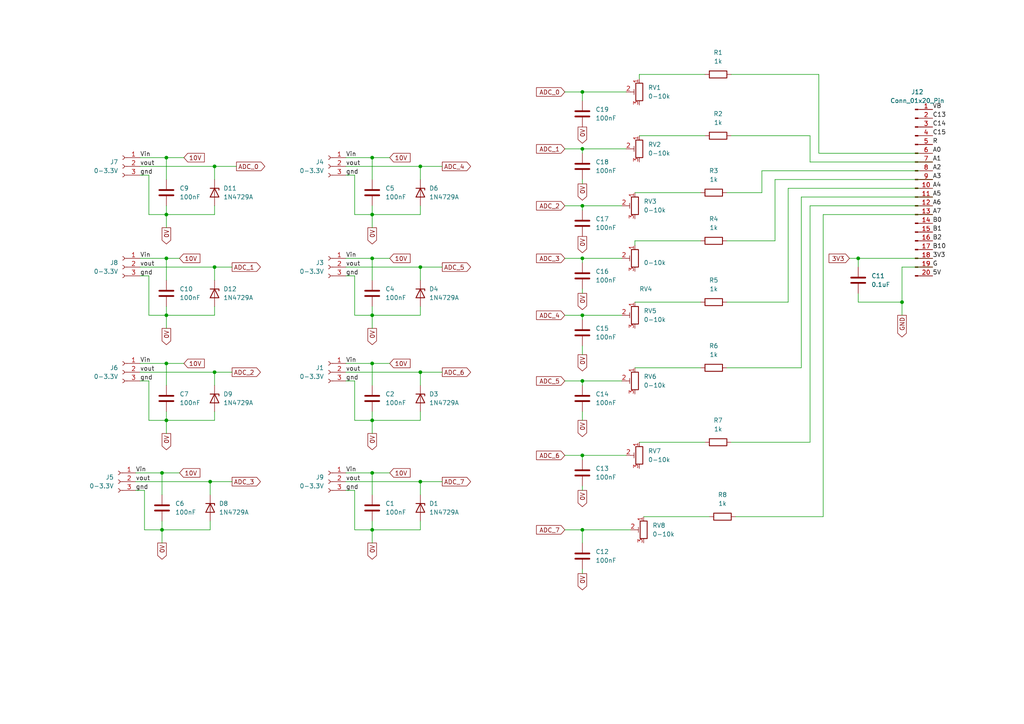
<source format=kicad_sch>
(kicad_sch (version 20231120) (generator "eeschema") (generator_version "8.0")
  (paper "A4")
  (lib_symbols
    (symbol "Connector:Conn_01x03_Socket" (pin_names (offset 1.016) hide)
      (property "Reference" "J" (at 0 5.08 0))
      (property "Value" "Conn_01x03_Socket" (at 0 -5.08 0))
      (symbol "Conn_01x03_Socket_1_1"
        (arc (start 0 -2.032) (mid -0.5058 -2.54) (end 0 -3.048) (stroke (width 0.1524)))
        (polyline (pts (xy -1.27 -2.54) (xy -0.508 -2.54)) (stroke (width 0.1524)))
        (polyline (pts (xy -1.27 0) (xy -0.508 0)) (stroke (width 0.1524)))
        (polyline (pts (xy -1.27 2.54) (xy -0.508 2.54)) (stroke (width 0.1524)))
        (arc (start 0 0.508) (mid -0.5058 0) (end 0 -0.508) (stroke (width 0.1524)))
        (arc (start 0 3.048) (mid -0.5058 2.54) (end 0 2.032) (stroke (width 0.1524)))
        (pin passive line (at -5.08 2.54 0) (length 3.81) (name "Pin_1") (number "1"))
        (pin passive line (at -5.08 0 0) (length 3.81) (name "Pin_2") (number "2"))
        (pin passive line (at -5.08 -2.54 0) (length 3.81) (name "Pin_3") (number "3"))
      )
    )
    (symbol "Connector:Conn_01x20_Pin" (pin_names (offset 1.016) hide)
      (property "Reference" "J" (at 0 25.4 0))
      (property "Value" "Conn_01x20_Pin" (at 0 -27.94 0))
      (symbol "Conn_01x20_Pin_1_1"
        (polyline (pts (xy 1.27 -25.4) (xy 0.8636 -25.4)) (stroke (width 0.1524)))
        (polyline (pts (xy 1.27 -22.86) (xy 0.8636 -22.86)) (stroke (width 0.1524)))
        (polyline (pts (xy 1.27 -20.32) (xy 0.8636 -20.32)) (stroke (width 0.1524)))
        (polyline (pts (xy 1.27 -17.78) (xy 0.8636 -17.78)) (stroke (width 0.1524)))
        (polyline (pts (xy 1.27 -15.24) (xy 0.8636 -15.24)) (stroke (width 0.1524)))
        (polyline (pts (xy 1.27 -12.7) (xy 0.8636 -12.7)) (stroke (width 0.1524)))
        (polyline (pts (xy 1.27 -10.16) (xy 0.8636 -10.16)) (stroke (width 0.1524)))
        (polyline (pts (xy 1.27 -7.62) (xy 0.8636 -7.62)) (stroke (width 0.1524)))
        (polyline (pts (xy 1.27 -5.08) (xy 0.8636 -5.08)) (stroke (width 0.1524)))
        (polyline (pts (xy 1.27 -2.54) (xy 0.8636 -2.54)) (stroke (width 0.1524)))
        (polyline (pts (xy 1.27 0) (xy 0.8636 0)) (stroke (width 0.1524)))
        (polyline (pts (xy 1.27 2.54) (xy 0.8636 2.54)) (stroke (width 0.1524)))
        (polyline (pts (xy 1.27 5.08) (xy 0.8636 5.08)) (stroke (width 0.1524)))
        (polyline (pts (xy 1.27 7.62) (xy 0.8636 7.62)) (stroke (width 0.1524)))
        (polyline (pts (xy 1.27 10.16) (xy 0.8636 10.16)) (stroke (width 0.1524)))
        (polyline (pts (xy 1.27 12.7) (xy 0.8636 12.7)) (stroke (width 0.1524)))
        (polyline (pts (xy 1.27 15.24) (xy 0.8636 15.24)) (stroke (width 0.1524)))
        (polyline (pts (xy 1.27 17.78) (xy 0.8636 17.78)) (stroke (width 0.1524)))
        (polyline (pts (xy 1.27 20.32) (xy 0.8636 20.32)) (stroke (width 0.1524)))
        (polyline (pts (xy 1.27 22.86) (xy 0.8636 22.86)) (stroke (width 0.1524)))
        (rectangle (start 0.8636 -25.273) (end 0 -25.527) (stroke (width 0.1524)) (fill (type outline)))
        (rectangle (start 0.8636 -22.733) (end 0 -22.987) (stroke (width 0.1524)) (fill (type outline)))
        (rectangle (start 0.8636 -20.193) (end 0 -20.447) (stroke (width 0.1524)) (fill (type outline)))
        (rectangle (start 0.8636 -17.653) (end 0 -17.907) (stroke (width 0.1524)) (fill (type outline)))
        (rectangle (start 0.8636 -15.113) (end 0 -15.367) (stroke (width 0.1524)) (fill (type outline)))
        (rectangle (start 0.8636 -12.573) (end 0 -12.827) (stroke (width 0.1524)) (fill (type outline)))
        (rectangle (start 0.8636 -10.033) (end 0 -10.287) (stroke (width 0.1524)) (fill (type outline)))
        (rectangle (start 0.8636 -7.493) (end 0 -7.747) (stroke (width 0.1524)) (fill (type outline)))
        (rectangle (start 0.8636 -4.953) (end 0 -5.207) (stroke (width 0.1524)) (fill (type outline)))
        (rectangle (start 0.8636 -2.413) (end 0 -2.667) (stroke (width 0.1524)) (fill (type outline)))
        (rectangle (start 0.8636 0.127) (end 0 -0.127) (stroke (width 0.1524)) (fill (type outline)))
        (rectangle (start 0.8636 2.667) (end 0 2.413) (stroke (width 0.1524)) (fill (type outline)))
        (rectangle (start 0.8636 5.207) (end 0 4.953) (stroke (width 0.1524)) (fill (type outline)))
        (rectangle (start 0.8636 7.747) (end 0 7.493) (stroke (width 0.1524)) (fill (type outline)))
        (rectangle (start 0.8636 10.287) (end 0 10.033) (stroke (width 0.1524)) (fill (type outline)))
        (rectangle (start 0.8636 12.827) (end 0 12.573) (stroke (width 0.1524)) (fill (type outline)))
        (rectangle (start 0.8636 15.367) (end 0 15.113) (stroke (width 0.1524)) (fill (type outline)))
        (rectangle (start 0.8636 17.907) (end 0 17.653) (stroke (width 0.1524)) (fill (type outline)))
        (rectangle (start 0.8636 20.447) (end 0 20.193) (stroke (width 0.1524)) (fill (type outline)))
        (rectangle (start 0.8636 22.987) (end 0 22.733) (stroke (width 0.1524)) (fill (type outline)))
        (pin passive line (at 5.08 22.86 180) (length 3.81) (name "Pin_1") (number "1"))
        (pin passive line (at 5.08 0 180) (length 3.81) (name "Pin_10") (number "10"))
        (pin passive line (at 5.08 -2.54 180) (length 3.81) (name "Pin_11") (number "11"))
        (pin passive line (at 5.08 -5.08 180) (length 3.81) (name "Pin_12") (number "12"))
        (pin passive line (at 5.08 -7.62 180) (length 3.81) (name "Pin_13") (number "13"))
        (pin passive line (at 5.08 -10.16 180) (length 3.81) (name "Pin_14") (number "14"))
        (pin passive line (at 5.08 -12.7 180) (length 3.81) (name "Pin_15") (number "15"))
        (pin passive line (at 5.08 -15.24 180) (length 3.81) (name "Pin_16") (number "16"))
        (pin passive line (at 5.08 -17.78 180) (length 3.81) (name "Pin_17") (number "17"))
        (pin passive line (at 5.08 -20.32 180) (length 3.81) (name "Pin_18") (number "18"))
        (pin passive line (at 5.08 -22.86 180) (length 3.81) (name "Pin_19") (number "19"))
        (pin passive line (at 5.08 20.32 180) (length 3.81) (name "Pin_2") (number "2"))
        (pin passive line (at 5.08 -25.4 180) (length 3.81) (name "Pin_20") (number "20"))
        (pin passive line (at 5.08 17.78 180) (length 3.81) (name "Pin_3") (number "3"))
        (pin passive line (at 5.08 15.24 180) (length 3.81) (name "Pin_4") (number "4"))
        (pin passive line (at 5.08 12.7 180) (length 3.81) (name "Pin_5") (number "5"))
        (pin passive line (at 5.08 10.16 180) (length 3.81) (name "Pin_6") (number "6"))
        (pin passive line (at 5.08 7.62 180) (length 3.81) (name "Pin_7") (number "7"))
        (pin passive line (at 5.08 5.08 180) (length 3.81) (name "Pin_8") (number "8"))
        (pin passive line (at 5.08 2.54 180) (length 3.81) (name "Pin_9") (number "9"))
      )
    )
    (symbol "Device:C" (pin_numbers hide) (pin_names (offset 0.254))
      (property "Reference" "C" (at 0.635 2.54 0))
      (property "Value" "C" (at 0.635 -2.54 0))
      (symbol "C_0_1"
        (polyline (pts (xy -2.032 -0.762) (xy 2.032 -0.762)) (stroke (width 0.508)))
        (polyline (pts (xy -2.032 0.762) (xy 2.032 0.762)) (stroke (width 0.508)))
      )
      (symbol "C_1_1"
        (pin passive line (at 0 3.81 270) (length 2.794) (name "~") (number "1"))
        (pin passive line (at 0 -3.81 90) (length 2.794) (name "~") (number "2"))
      )
    )
    (symbol "Device:R" (pin_numbers hide) (pin_names (offset 0))
      (property "Reference" "R" (at 2.032 0 90))
      (property "Value" "R" (at 0 0 90))
      (symbol "R_0_1"
        (rectangle (start -1.016 -2.54) (end 1.016 2.54) (stroke (width 0.254)))
      )
      (symbol "R_1_1"
        (pin passive line (at 0 3.81 270) (length 1.27) (name "~") (number "1"))
        (pin passive line (at 0 -3.81 90) (length 1.27) (name "~") (number "2"))
      )
    )
    (symbol "Device:R_Potentiometer_Trim" (pin_names (offset 1.016) hide)
      (property "Reference" "RV" (at -4.445 0 90))
      (property "Value" "R_Potentiometer_Trim" (at -2.54 0 90))
      (symbol "R_Potentiometer_Trim_0_1"
        (polyline (pts (xy 1.524 0.762) (xy 1.524 -0.762)))
        (polyline (pts (xy 2.54 0) (xy 1.524 0)))
        (rectangle (start 1.016 2.54) (end -1.016 -2.54) (stroke (width 0.254)))
      )
      (symbol "R_Potentiometer_Trim_1_1"
        (pin passive line (at 0 3.81 270) (length 1.27) (name "1") (number "1"))
        (pin passive line (at 3.81 0 180) (length 1.27) (name "2") (number "2"))
        (pin passive line (at 0 -3.81 90) (length 1.27) (name "3") (number "3"))
      )
    )
    (symbol "Diode:1N47xxA" (pin_numbers hide) (pin_names hide)
      (property "Reference" "D" (at 0 2.54 0))
      (property "Value" "1N47xxA" (at 0 -2.54 0))
      (symbol "1N47xxA_0_1"
        (polyline (pts (xy 1.27 0) (xy -1.27 0)))
        (polyline (pts (xy -1.27 -1.27) (xy -1.27 1.27) (xy -0.762 1.27)) (stroke (width 0.254)))
        (polyline (pts (xy 1.27 -1.27) (xy 1.27 1.27) (xy -1.27 0) (xy 1.27 -1.27)) (stroke (width 0.254)))
      )
      (symbol "1N47xxA_1_1"
        (pin passive line (at -3.81 0 0) (length 2.54) (name "K") (number "1"))
        (pin passive line (at 3.81 0 180) (length 2.54) (name "A") (number "2"))
      )
    )
  )
  (junction (at 46.99 137.16))
  (junction (at 168.91 26.67))
  (junction (at 48.26 45.72))
  (junction (at 168.91 43.18))
  (junction (at 62.23 107.95))
  (junction (at 121.92 139.7))
  (junction (at 121.92 107.95))
  (junction (at 168.91 74.93))
  (junction (at 107.95 137.16))
  (junction (at 107.95 91.44))
  (junction (at 107.95 45.72))
  (junction (at 107.95 105.41))
  (junction (at 48.26 105.41))
  (junction (at 168.91 91.44))
  (junction (at 168.91 110.49))
  (junction (at 107.95 74.93))
  (junction (at 46.99 153.67))
  (junction (at 60.96 139.7))
  (junction (at 62.23 48.26))
  (junction (at 107.95 121.92))
  (junction (at 168.91 59.69))
  (junction (at 62.23 77.47))
  (junction (at 121.92 48.26))
  (junction (at 48.26 91.44))
  (junction (at 48.26 74.93))
  (junction (at 168.91 132.08))
  (junction (at 48.26 62.23))
  (junction (at 107.95 62.23))
  (junction (at 168.91 153.67))
  (junction (at 121.92 77.47))
  (junction (at 48.26 121.92))
  (junction (at 107.95 153.67))
  (junction (at 261.62 87.63))
  (junction (at 248.92 74.93))
  (wire (pts (xy 40.64 45.72) (xy 48.26 45.72)))
  (wire (pts (xy 168.91 132.08) (xy 168.91 133.35)))
  (wire (pts (xy 121.92 48.26) (xy 128.27 48.26)))
  (wire (pts (xy 39.37 137.16) (xy 46.99 137.16)))
  (wire (pts (xy 163.83 26.67) (xy 168.91 26.67)))
  (wire (pts (xy 261.62 77.47) (xy 270.51 77.47)))
  (wire (pts (xy 168.91 74.93) (xy 180.34 74.93)))
  (wire (pts (xy 184.15 87.63) (xy 203.2 87.63)))
  (wire (pts (xy 48.26 62.23) (xy 43.18 62.23)))
  (wire (pts (xy 238.76 149.86) (xy 238.76 62.23)))
  (wire (pts (xy 107.95 52.07) (xy 107.95 45.72)))
  (wire (pts (xy 107.95 59.69) (xy 107.95 62.23)))
  (wire (pts (xy 107.95 74.93) (xy 113.03 74.93)))
  (wire (pts (xy 168.91 165.1) (xy 168.91 166.37)))
  (wire (pts (xy 107.95 81.28) (xy 107.95 74.93)))
  (wire (pts (xy 107.95 137.16) (xy 113.03 137.16)))
  (wire (pts (xy 100.33 107.95) (xy 121.92 107.95)))
  (wire (pts (xy 185.42 21.59) (xy 185.42 22.86)))
  (wire (pts (xy 163.83 91.44) (xy 168.91 91.44)))
  (wire (pts (xy 163.83 132.08) (xy 168.91 132.08)))
  (wire (pts (xy 184.15 106.68) (xy 203.2 106.68)))
  (wire (pts (xy 168.91 153.67) (xy 168.91 157.48)))
  (wire (pts (xy 100.33 77.47) (xy 121.92 77.47)))
  (wire (pts (xy 62.23 119.38) (xy 62.23 121.92)))
  (wire (pts (xy 39.37 139.7) (xy 60.96 139.7)))
  (wire (pts (xy 121.92 107.95) (xy 128.27 107.95)))
  (wire (pts (xy 107.95 121.92) (xy 102.87 121.92)))
  (wire (pts (xy 168.91 111.76) (xy 168.91 110.49)))
  (wire (pts (xy 102.87 142.24) (xy 100.33 142.24)))
  (wire (pts (xy 48.26 91.44) (xy 43.18 91.44)))
  (wire (pts (xy 62.23 77.47) (xy 62.23 81.28)))
  (wire (pts (xy 100.33 137.16) (xy 107.95 137.16)))
  (wire (pts (xy 62.23 121.92) (xy 48.26 121.92)))
  (wire (pts (xy 46.99 137.16) (xy 52.07 137.16)))
  (wire (pts (xy 121.92 119.38) (xy 121.92 121.92)))
  (wire (pts (xy 60.96 139.7) (xy 67.31 139.7)))
  (wire (pts (xy 46.99 151.13) (xy 46.99 153.67)))
  (wire (pts (xy 107.95 62.23) (xy 107.95 66.04)))
  (wire (pts (xy 100.33 48.26) (xy 121.92 48.26)))
  (wire (pts (xy 46.99 153.67) (xy 46.99 157.48)))
  (wire (pts (xy 48.26 62.23) (xy 48.26 66.04)))
  (wire (pts (xy 248.92 74.93) (xy 270.51 74.93)))
  (wire (pts (xy 107.95 62.23) (xy 102.87 62.23)))
  (wire (pts (xy 40.64 107.95) (xy 62.23 107.95)))
  (wire (pts (xy 246.38 74.93) (xy 248.92 74.93)))
  (wire (pts (xy 224.79 52.07) (xy 270.51 52.07)))
  (wire (pts (xy 261.62 77.47) (xy 261.62 87.63)))
  (wire (pts (xy 40.64 105.41) (xy 48.26 105.41)))
  (wire (pts (xy 210.82 106.68) (xy 232.41 106.68)))
  (wire (pts (xy 40.64 48.26) (xy 62.23 48.26)))
  (wire (pts (xy 107.95 45.72) (xy 113.03 45.72)))
  (wire (pts (xy 107.95 119.38) (xy 107.95 121.92)))
  (wire (pts (xy 210.82 55.88) (xy 220.98 55.88)))
  (wire (pts (xy 168.91 59.69) (xy 180.34 59.69)))
  (wire (pts (xy 48.26 59.69) (xy 48.26 62.23)))
  (wire (pts (xy 168.91 91.44) (xy 168.91 92.71)))
  (wire (pts (xy 168.91 91.44) (xy 180.34 91.44)))
  (wire (pts (xy 46.99 143.51) (xy 46.99 137.16)))
  (wire (pts (xy 185.42 39.37) (xy 204.47 39.37)))
  (wire (pts (xy 102.87 121.92) (xy 102.87 110.49)))
  (wire (pts (xy 48.26 45.72) (xy 53.34 45.72)))
  (wire (pts (xy 60.96 153.67) (xy 46.99 153.67)))
  (wire (pts (xy 48.26 88.9) (xy 48.26 91.44)))
  (wire (pts (xy 62.23 91.44) (xy 48.26 91.44)))
  (wire (pts (xy 168.91 83.82) (xy 168.91 85.09)))
  (wire (pts (xy 62.23 62.23) (xy 48.26 62.23)))
  (wire (pts (xy 62.23 88.9) (xy 62.23 91.44)))
  (wire (pts (xy 168.91 100.33) (xy 168.91 102.87)))
  (wire (pts (xy 261.62 87.63) (xy 261.62 91.44)))
  (wire (pts (xy 168.91 59.69) (xy 168.91 60.96)))
  (wire (pts (xy 121.92 139.7) (xy 121.92 143.51)))
  (wire (pts (xy 228.6 54.61) (xy 270.51 54.61)))
  (wire (pts (xy 48.26 121.92) (xy 43.18 121.92)))
  (wire (pts (xy 43.18 110.49) (xy 40.64 110.49)))
  (wire (pts (xy 212.09 39.37) (xy 234.95 39.37)))
  (wire (pts (xy 232.41 106.68) (xy 232.41 57.15)))
  (wire (pts (xy 234.95 39.37) (xy 234.95 46.99)))
  (wire (pts (xy 248.92 87.63) (xy 248.92 85.09)))
  (wire (pts (xy 60.96 151.13) (xy 60.96 153.67)))
  (wire (pts (xy 168.91 43.18) (xy 181.61 43.18)))
  (wire (pts (xy 234.95 128.27) (xy 234.95 59.69)))
  (wire (pts (xy 100.33 105.41) (xy 107.95 105.41)))
  (wire (pts (xy 102.87 50.8) (xy 100.33 50.8)))
  (wire (pts (xy 163.83 43.18) (xy 168.91 43.18)))
  (wire (pts (xy 238.76 62.23) (xy 270.51 62.23)))
  (wire (pts (xy 62.23 77.47) (xy 67.31 77.47)))
  (wire (pts (xy 121.92 139.7) (xy 128.27 139.7)))
  (wire (pts (xy 62.23 48.26) (xy 68.58 48.26)))
  (wire (pts (xy 168.91 26.67) (xy 168.91 29.21)))
  (wire (pts (xy 48.26 91.44) (xy 48.26 95.25)))
  (wire (pts (xy 168.91 110.49) (xy 180.34 110.49)))
  (wire (pts (xy 228.6 87.63) (xy 228.6 54.61)))
  (wire (pts (xy 48.26 74.93) (xy 52.07 74.93)))
  (wire (pts (xy 168.91 26.67) (xy 181.61 26.67)))
  (wire (pts (xy 168.91 132.08) (xy 181.61 132.08)))
  (wire (pts (xy 237.49 44.45) (xy 270.51 44.45)))
  (wire (pts (xy 212.09 21.59) (xy 237.49 21.59)))
  (wire (pts (xy 107.95 88.9) (xy 107.95 91.44)))
  (wire (pts (xy 107.95 153.67) (xy 102.87 153.67)))
  (wire (pts (xy 102.87 110.49) (xy 100.33 110.49)))
  (wire (pts (xy 107.95 143.51) (xy 107.95 137.16)))
  (wire (pts (xy 121.92 153.67) (xy 107.95 153.67)))
  (wire (pts (xy 121.92 62.23) (xy 107.95 62.23)))
  (wire (pts (xy 62.23 48.26) (xy 62.23 52.07)))
  (wire (pts (xy 43.18 62.23) (xy 43.18 50.8)))
  (wire (pts (xy 186.69 149.86) (xy 205.74 149.86)))
  (wire (pts (xy 163.83 59.69) (xy 168.91 59.69)))
  (wire (pts (xy 43.18 121.92) (xy 43.18 110.49)))
  (wire (pts (xy 220.98 55.88) (xy 220.98 49.53)))
  (wire (pts (xy 234.95 59.69) (xy 270.51 59.69)))
  (wire (pts (xy 107.95 151.13) (xy 107.95 153.67)))
  (wire (pts (xy 102.87 91.44) (xy 102.87 80.01)))
  (wire (pts (xy 168.91 44.45) (xy 168.91 43.18)))
  (wire (pts (xy 121.92 88.9) (xy 121.92 91.44)))
  (wire (pts (xy 121.92 77.47) (xy 121.92 81.28)))
  (wire (pts (xy 248.92 74.93) (xy 248.92 77.47)))
  (wire (pts (xy 48.26 105.41) (xy 48.26 111.76)))
  (wire (pts (xy 62.23 59.69) (xy 62.23 62.23)))
  (wire (pts (xy 168.91 153.67) (xy 182.88 153.67)))
  (wire (pts (xy 203.2 55.88) (xy 184.15 55.88)))
  (wire (pts (xy 41.91 142.24) (xy 39.37 142.24)))
  (wire (pts (xy 100.33 139.7) (xy 121.92 139.7)))
  (wire (pts (xy 163.83 110.49) (xy 168.91 110.49)))
  (wire (pts (xy 107.95 91.44) (xy 102.87 91.44)))
  (wire (pts (xy 41.91 153.67) (xy 41.91 142.24)))
  (wire (pts (xy 60.96 139.7) (xy 60.96 143.51)))
  (wire (pts (xy 184.15 69.85) (xy 203.2 69.85)))
  (wire (pts (xy 43.18 50.8) (xy 40.64 50.8)))
  (wire (pts (xy 107.95 105.41) (xy 113.03 105.41)))
  (wire (pts (xy 121.92 121.92) (xy 107.95 121.92)))
  (wire (pts (xy 121.92 107.95) (xy 121.92 111.76)))
  (wire (pts (xy 168.91 119.38) (xy 168.91 121.92)))
  (wire (pts (xy 210.82 87.63) (xy 228.6 87.63)))
  (wire (pts (xy 107.95 91.44) (xy 107.95 95.25)))
  (wire (pts (xy 102.87 62.23) (xy 102.87 50.8)))
  (wire (pts (xy 168.91 52.07) (xy 168.91 53.34)))
  (wire (pts (xy 100.33 74.93) (xy 107.95 74.93)))
  (wire (pts (xy 232.41 57.15) (xy 270.51 57.15)))
  (wire (pts (xy 102.87 153.67) (xy 102.87 142.24)))
  (wire (pts (xy 102.87 80.01) (xy 100.33 80.01)))
  (wire (pts (xy 163.83 153.67) (xy 168.91 153.67)))
  (wire (pts (xy 40.64 74.93) (xy 48.26 74.93)))
  (wire (pts (xy 48.26 121.92) (xy 48.26 125.73)))
  (wire (pts (xy 248.92 87.63) (xy 261.62 87.63)))
  (wire (pts (xy 48.26 81.28) (xy 48.26 74.93)))
  (wire (pts (xy 121.92 77.47) (xy 128.27 77.47)))
  (wire (pts (xy 121.92 151.13) (xy 121.92 153.67)))
  (wire (pts (xy 62.23 107.95) (xy 67.31 107.95)))
  (wire (pts (xy 184.15 69.85) (xy 184.15 71.12)))
  (wire (pts (xy 53.34 105.41) (xy 48.26 105.41)))
  (wire (pts (xy 107.95 153.67) (xy 107.95 157.48)))
  (wire (pts (xy 62.23 107.95) (xy 62.23 111.76)))
  (wire (pts (xy 163.83 74.93) (xy 168.91 74.93)))
  (wire (pts (xy 48.26 119.38) (xy 48.26 121.92)))
  (wire (pts (xy 237.49 44.45) (xy 237.49 21.59)))
  (wire (pts (xy 43.18 80.01) (xy 40.64 80.01)))
  (wire (pts (xy 220.98 49.53) (xy 270.51 49.53)))
  (wire (pts (xy 43.18 91.44) (xy 43.18 80.01)))
  (wire (pts (xy 121.92 48.26) (xy 121.92 52.07)))
  (wire (pts (xy 121.92 91.44) (xy 107.95 91.44)))
  (wire (pts (xy 107.95 121.92) (xy 107.95 125.73)))
  (wire (pts (xy 212.09 128.27) (xy 234.95 128.27)))
  (wire (pts (xy 121.92 59.69) (xy 121.92 62.23)))
  (wire (pts (xy 185.42 128.27) (xy 204.47 128.27)))
  (wire (pts (xy 224.79 69.85) (xy 224.79 52.07)))
  (wire (pts (xy 213.36 149.86) (xy 238.76 149.86)))
  (wire (pts (xy 234.95 46.99) (xy 270.51 46.99)))
  (wire (pts (xy 210.82 69.85) (xy 224.79 69.85)))
  (wire (pts (xy 48.26 52.07) (xy 48.26 45.72)))
  (wire (pts (xy 185.42 21.59) (xy 204.47 21.59)))
  (wire (pts (xy 100.33 45.72) (xy 107.95 45.72)))
  (wire (pts (xy 46.99 153.67) (xy 41.91 153.67)))
  (wire (pts (xy 168.91 140.97) (xy 168.91 142.24)))
  (wire (pts (xy 40.64 77.47) (xy 62.23 77.47)))
  (wire (pts (xy 107.95 111.76) (xy 107.95 105.41)))
  (wire (pts (xy 168.91 76.2) (xy 168.91 74.93)))
  (label "B2" (at 270.51 69.85 0))
  (label "A0" (at 270.51 44.45 0))
  (label "A5" (at 270.51 57.15 0))
  (label "vout" (at 100.33 139.7 0))
  (label "C15" (at 270.51 39.37 0))
  (label "gnd" (at 100.33 142.24 0))
  (label "vout" (at 39.37 139.7 0))
  (label "R" (at 270.51 41.91 0))
  (label "gnd" (at 100.33 50.8 0))
  (label "gnd" (at 40.64 80.01 0))
  (label "gnd" (at 40.64 110.49 0))
  (label "gnd" (at 100.33 80.01 0))
  (label "Vin" (at 40.64 45.72 0))
  (label "A2" (at 270.51 49.53 0))
  (label "A3" (at 270.51 52.07 0))
  (label "gnd" (at 100.33 110.49 0))
  (label "B1" (at 270.51 67.31 0))
  (label "vout" (at 40.64 48.26 0))
  (label "C14" (at 270.51 36.83 0))
  (label "Vin" (at 39.37 137.16 0))
  (label "C13" (at 270.51 34.29 0))
  (label "vout" (at 100.33 107.95 0))
  (label "Vin" (at 40.64 74.93 0))
  (label "A4" (at 270.51 54.61 0))
  (label "VB" (at 270.51 31.75 0))
  (label "B0" (at 270.51 64.77 0))
  (label "vout" (at 40.64 77.47 0))
  (label "A7" (at 270.51 62.23 0))
  (label "Vin" (at 100.33 74.93 0))
  (label "gnd" (at 40.64 50.8 0))
  (label "vout" (at 100.33 77.47 0))
  (label "A1" (at 270.51 46.99 0))
  (label "A6" (at 270.51 59.69 0))
  (label "3V3" (at 270.51 74.93 0))
  (label "B10" (at 270.51 72.39 0))
  (label "vout" (at 100.33 48.26 0))
  (label "G" (at 270.51 77.47 0))
  (label "Vin" (at 100.33 45.72 0))
  (label "Vin" (at 40.64 105.41 0))
  (label "Vin" (at 100.33 105.41 0))
  (label "5V" (at 270.51 80.01 0))
  (label "vout" (at 40.64 107.95 0))
  (label "gnd" (at 39.37 142.24 0))
  (label "Vin" (at 100.33 137.16 0))
  (global_label "0V" (shape output) (at 168.91 36.83 270) (property "Intersheetrefs" "${INTERSHEET_REFS}" (effects (hide yes))))
  (global_label "0V" (shape output) (at 107.95 95.25 270) (property "Intersheetrefs" "${INTERSHEET_REFS}" (effects (hide yes))))
  (global_label "ADC_7" (shape output) (at 128.27 139.7 0) (property "Intersheetrefs" "${INTERSHEET_REFS}" (effects (hide yes))))
  (global_label "ADC_1" (shape output) (at 67.31 77.47 0) (property "Intersheetrefs" "${INTERSHEET_REFS}" (effects (hide yes))))
  (global_label "ADC_4" (shape input) (at 163.83 91.44 180) (property "Intersheetrefs" "${INTERSHEET_REFS}" (effects (hide yes))))
  (global_label "ADC_4" (shape output) (at 128.27 48.26 0) (property "Intersheetrefs" "${INTERSHEET_REFS}" (effects (hide yes))))
  (global_label "0V" (shape output) (at 168.91 121.92 270) (property "Intersheetrefs" "${INTERSHEET_REFS}" (effects (hide yes))))
  (global_label "ADC_6" (shape output) (at 128.27 107.95 0) (property "Intersheetrefs" "${INTERSHEET_REFS}" (effects (hide yes))))
  (global_label "0V" (shape output) (at 168.91 85.09 270) (property "Intersheetrefs" "${INTERSHEET_REFS}" (effects (hide yes))))
  (global_label "0V" (shape output) (at 168.91 142.24 270) (property "Intersheetrefs" "${INTERSHEET_REFS}" (effects (hide yes))))
  (global_label "ADC_5" (shape input) (at 163.83 110.49 180) (property "Intersheetrefs" "${INTERSHEET_REFS}" (effects (hide yes))))
  (global_label "GND" (shape output) (at 261.62 91.44 270) (property "Intersheetrefs" "${INTERSHEET_REFS}" (effects (hide yes))))
  (global_label "10V" (shape input) (at 113.03 74.93 0) (property "Intersheetrefs" "${INTERSHEET_REFS}" (effects (hide yes))))
  (global_label "0V" (shape output) (at 107.95 157.48 270) (property "Intersheetrefs" "${INTERSHEET_REFS}" (effects (hide yes))))
  (global_label "0V" (shape output) (at 107.95 125.73 270) (property "Intersheetrefs" "${INTERSHEET_REFS}" (effects (hide yes))))
  (global_label "0V" (shape output) (at 48.26 95.25 270) (property "Intersheetrefs" "${INTERSHEET_REFS}" (effects (hide yes))))
  (global_label "ADC_7" (shape input) (at 163.83 153.67 180) (property "Intersheetrefs" "${INTERSHEET_REFS}" (effects (hide yes))))
  (global_label "0V" (shape output) (at 107.95 66.04 270) (property "Intersheetrefs" "${INTERSHEET_REFS}" (effects (hide yes))))
  (global_label "10V" (shape input) (at 52.07 137.16 0) (property "Intersheetrefs" "${INTERSHEET_REFS}" (effects (hide yes))))
  (global_label "10V" (shape input) (at 53.34 105.41 0) (property "Intersheetrefs" "${INTERSHEET_REFS}" (effects (hide yes))))
  (global_label "0V" (shape output) (at 48.26 66.04 270) (property "Intersheetrefs" "${INTERSHEET_REFS}" (effects (hide yes))))
  (global_label "ADC_3" (shape output) (at 67.31 139.7 0) (property "Intersheetrefs" "${INTERSHEET_REFS}" (effects (hide yes))))
  (global_label "ADC_2" (shape output) (at 67.31 107.95 0) (property "Intersheetrefs" "${INTERSHEET_REFS}" (effects (hide yes))))
  (global_label "ADC_1" (shape input) (at 163.83 43.18 180) (property "Intersheetrefs" "${INTERSHEET_REFS}" (effects (hide yes))))
  (global_label "ADC_3" (shape input) (at 163.83 74.93 180) (property "Intersheetrefs" "${INTERSHEET_REFS}" (effects (hide yes))))
  (global_label "0V" (shape output) (at 168.91 166.37 270) (property "Intersheetrefs" "${INTERSHEET_REFS}" (effects (hide yes))))
  (global_label "ADC_5" (shape output) (at 128.27 77.47 0) (property "Intersheetrefs" "${INTERSHEET_REFS}" (effects (hide yes))))
  (global_label "ADC_0" (shape input) (at 163.83 26.67 180) (property "Intersheetrefs" "${INTERSHEET_REFS}" (effects (hide yes))))
  (global_label "10V" (shape input) (at 113.03 137.16 0) (property "Intersheetrefs" "${INTERSHEET_REFS}" (effects (hide yes))))
  (global_label "10V" (shape input) (at 52.07 74.93 0) (property "Intersheetrefs" "${INTERSHEET_REFS}" (effects (hide yes))))
  (global_label "0V" (shape output) (at 46.99 157.48 270) (property "Intersheetrefs" "${INTERSHEET_REFS}" (effects (hide yes))))
  (global_label "ADC_2" (shape input) (at 163.83 59.69 180) (property "Intersheetrefs" "${INTERSHEET_REFS}" (effects (hide yes))))
  (global_label "0V" (shape output) (at 168.91 53.34 270) (property "Intersheetrefs" "${INTERSHEET_REFS}" (effects (hide yes))))
  (global_label "0V" (shape output) (at 168.91 102.87 270) (property "Intersheetrefs" "${INTERSHEET_REFS}" (effects (hide yes))))
  (global_label "0V" (shape output) (at 48.26 125.73 270) (property "Intersheetrefs" "${INTERSHEET_REFS}" (effects (hide yes))))
  (global_label "10V" (shape input) (at 113.03 45.72 0) (property "Intersheetrefs" "${INTERSHEET_REFS}" (effects (hide yes))))
  (global_label "10V" (shape input) (at 53.34 45.72 0) (property "Intersheetrefs" "${INTERSHEET_REFS}" (effects (hide yes))))
  (global_label "3V3" (shape input) (at 246.38 74.93 180) (property "Intersheetrefs" "${INTERSHEET_REFS}" (effects (hide yes))))
  (global_label "ADC_6" (shape input) (at 163.83 132.08 180) (property "Intersheetrefs" "${INTERSHEET_REFS}" (effects (hide yes))))
  (global_label "ADC_0" (shape output) (at 68.58 48.26 0) (property "Intersheetrefs" "${INTERSHEET_REFS}" (effects (hide yes))))
  (global_label "0V" (shape output) (at 168.91 68.58 270) (property "Intersheetrefs" "${INTERSHEET_REFS}" (effects (hide yes))))
  (global_label "10V" (shape input) (at 113.03 105.41 0) (property "Intersheetrefs" "${INTERSHEET_REFS}" (effects (hide yes))))
  (symbol (lib_id "Device:C") (at 48.26 55.88 0) (unit 1)
    (property "Reference" "C9" (at 52.07 54.6099 0) (effects (justify left)))
    (property "Value" "100nF" (at 52.07 57.1499 0) (effects (justify left)))
    (property "Description" "Unpolarized capacitor" (effects (hide yes)))
  )
  (symbol (lib_id "Device:C") (at 107.95 85.09 0) (unit 1)
    (property "Reference" "C4" (at 111.76 83.8199 0) (effects (justify left)))
    (property "Value" "100nF" (at 111.76 86.3599 0) (effects (justify left)))
    (property "Description" "Unpolarized capacitor" (effects (hide yes)))
  )
  (symbol (lib_id "Device:C") (at 168.91 48.26 0) (unit 1)
    (property "Reference" "C18" (at 172.72 46.9899 0) (effects (justify left)))
    (property "Value" "100nF" (at 172.72 49.5299 0) (effects (justify left)))
    (property "Description" "Unpolarized capacitor" (effects (hide yes)))
  )
  (symbol (lib_id "Connector:Conn_01x03_Socket") (at 95.25 48.26 0) (mirror y) (unit 1)
    (property "Reference" "J4" (at 93.98 46.9899 0) (effects (justify left)))
    (property "Value" "0-3.3V" (at 93.98 49.5299 0) (effects (justify left)))
    (property "Description" "Generic connector, single row, 01x03, script generated" (effects (hide yes)))
  )
  (symbol (lib_id "Device:R_Potentiometer_Trim") (at 184.15 59.69 0) (mirror y) (unit 1)
    (property "Reference" "RV3" (at 186.69 58.4199 0) (effects (justify right)))
    (property "Value" "0-10k" (at 186.69 60.9599 0) (effects (justify right)))
    (property "Description" "Trim-potentiometer" (effects (hide yes)))
  )
  (symbol (lib_id "Connector:Conn_01x03_Socket") (at 35.56 48.26 0) (mirror y) (unit 1)
    (property "Reference" "J7" (at 34.29 46.9899 0) (effects (justify left)))
    (property "Value" "0-3.3V" (at 34.29 49.5299 0) (effects (justify left)))
    (property "Description" "Generic connector, single row, 01x03, script generated" (effects (hide yes)))
  )
  (symbol (lib_id "Device:R") (at 207.01 87.63 270) (unit 1)
    (property "Reference" "R5" (at 207.01 81.28 90))
    (property "Value" "1k" (at 207.01 83.82 90))
    (property "Description" "Resistor" (effects (hide yes)))
  )
  (symbol (lib_id "Device:C") (at 107.95 147.32 0) (unit 1)
    (property "Reference" "C1" (at 111.76 146.0499 0) (effects (justify left)))
    (property "Value" "100nF" (at 111.76 148.5899 0) (effects (justify left)))
    (property "Description" "Unpolarized capacitor" (effects (hide yes)))
  )
  (symbol (lib_id "Device:R_Potentiometer_Trim") (at 185.42 132.08 0) (mirror y) (unit 1)
    (property "Reference" "RV7" (at 187.96 130.8099 0) (effects (justify right)))
    (property "Value" "0-10k" (at 187.96 133.3499 0) (effects (justify right)))
    (property "Description" "Trim-potentiometer" (effects (hide yes)))
  )
  (symbol (lib_id "Device:C") (at 107.95 115.57 0) (unit 1)
    (property "Reference" "C2" (at 111.76 114.2999 0) (effects (justify left)))
    (property "Value" "100nF" (at 111.76 116.8399 0) (effects (justify left)))
    (property "Description" "Unpolarized capacitor" (effects (hide yes)))
  )
  (symbol (lib_id "Connector:Conn_01x03_Socket") (at 35.56 107.95 0) (mirror y) (unit 1)
    (property "Reference" "J6" (at 34.29 106.6799 0) (effects (justify left)))
    (property "Value" "0-3.3V" (at 34.29 109.2199 0) (effects (justify left)))
    (property "Description" "Generic connector, single row, 01x03, script generated" (effects (hide yes)))
  )
  (symbol (lib_id "Diode:1N47xxA") (at 121.92 55.88 270) (unit 1)
    (property "Reference" "D6" (at 124.46 54.6099 90) (effects (justify left)))
    (property "Value" "1N4729A" (at 124.46 57.1499 90) (effects (justify left)))
    (property "Footprint" "Diode_THT:D_DO-41_SOD81_P10.16mm_Horizontal" (effects (hide yes)))
    (property "Datasheet" "https://www.vishay.com/docs/85816/1n4728a.pdf" (effects (hide yes)))
    (property "Description" "1300mW Silicon planar power Zener diodes, DO-41" (effects (hide yes)))
  )
  (symbol (lib_id "Device:C") (at 168.91 33.02 0) (unit 1)
    (property "Reference" "C19" (at 172.72 31.7499 0) (effects (justify left)))
    (property "Value" "100nF" (at 172.72 34.2899 0) (effects (justify left)))
    (property "Description" "Unpolarized capacitor" (effects (hide yes)))
  )
  (symbol (lib_id "Connector:Conn_01x20_Pin") (at 265.43 54.61 0) (unit 1)
    (property "Reference" "J12" (at 266.065 26.67 0))
    (property "Value" "Conn_01x20_Pin" (at 266.065 29.21 0))
    (property "Description" "Generic connector, single row, 01x20, script generated" (effects (hide yes)))
  )
  (symbol (lib_id "Device:C") (at 46.99 147.32 0) (unit 1)
    (property "Reference" "C6" (at 50.8 146.0499 0) (effects (justify left)))
    (property "Value" "100nF" (at 50.8 148.5899 0) (effects (justify left)))
    (property "Description" "Unpolarized capacitor" (effects (hide yes)))
  )
  (symbol (lib_id "Diode:1N47xxA") (at 62.23 85.09 270) (unit 1)
    (property "Reference" "D12" (at 64.77 83.8199 90) (effects (justify left)))
    (property "Value" "1N4729A" (at 64.77 86.3599 90) (effects (justify left)))
    (property "Footprint" "Diode_THT:D_DO-41_SOD81_P10.16mm_Horizontal" (effects (hide yes)))
    (property "Datasheet" "https://www.vishay.com/docs/85816/1n4728a.pdf" (effects (hide yes)))
    (property "Description" "1300mW Silicon planar power Zener diodes, DO-41" (effects (hide yes)))
  )
  (symbol (lib_id "Connector:Conn_01x03_Socket") (at 34.29 139.7 0) (mirror y) (unit 1)
    (property "Reference" "J5" (at 33.02 138.43 0) (effects (justify left)))
    (property "Value" "0-3.3V" (at 33.02 140.9699 0) (effects (justify left)))
    (property "Description" "Generic connector, single row, 01x03, script generated" (effects (hide yes)))
  )
  (symbol (lib_id "Device:R") (at 207.01 55.88 270) (unit 1)
    (property "Reference" "R3" (at 207.01 49.53 90))
    (property "Value" "1k" (at 207.01 52.07 90))
    (property "Description" "Resistor" (effects (hide yes)))
  )
  (symbol (lib_id "Diode:1N47xxA") (at 62.23 55.88 270) (unit 1)
    (property "Reference" "D11" (at 64.77 54.6099 90) (effects (justify left)))
    (property "Value" "1N4729A" (at 64.77 57.1499 90) (effects (justify left)))
    (property "Footprint" "Diode_THT:D_DO-41_SOD81_P10.16mm_Horizontal" (effects (hide yes)))
    (property "Datasheet" "https://www.vishay.com/docs/85816/1n4728a.pdf" (effects (hide yes)))
    (property "Description" "1300mW Silicon planar power Zener diodes, DO-41" (effects (hide yes)))
  )
  (symbol (lib_id "Device:C") (at 168.91 80.01 0) (unit 1)
    (property "Reference" "C16" (at 172.72 78.7399 0) (effects (justify left)))
    (property "Value" "100nF" (at 172.72 81.2799 0) (effects (justify left)))
    (property "Description" "Unpolarized capacitor" (effects (hide yes)))
  )
  (symbol (lib_id "Connector:Conn_01x03_Socket") (at 95.25 77.47 0) (mirror y) (unit 1)
    (property "Reference" "J3" (at 93.98 76.1999 0) (effects (justify left)))
    (property "Value" "0-3.3V" (at 93.98 78.7399 0) (effects (justify left)))
    (property "Description" "Generic connector, single row, 01x03, script generated" (effects (hide yes)))
  )
  (symbol (lib_id "Device:R") (at 208.28 128.27 270) (unit 1)
    (property "Reference" "R7" (at 208.28 121.92 90))
    (property "Value" "1k" (at 208.28 124.46 90))
    (property "Description" "Resistor" (effects (hide yes)))
  )
  (symbol (lib_id "Device:R_Potentiometer_Trim") (at 184.15 110.49 0) (mirror y) (unit 1)
    (property "Reference" "RV6" (at 186.69 109.2199 0) (effects (justify right)))
    (property "Value" "0-10k" (at 186.69 111.7599 0) (effects (justify right)))
    (property "Description" "Trim-potentiometer" (effects (hide yes)))
  )
  (symbol (lib_id "Device:C") (at 168.91 64.77 0) (unit 1)
    (property "Reference" "C17" (at 172.72 63.4999 0) (effects (justify left)))
    (property "Value" "100nF" (at 172.72 66.0399 0) (effects (justify left)))
    (property "Description" "Unpolarized capacitor" (effects (hide yes)))
  )
  (symbol (lib_id "Diode:1N47xxA") (at 60.96 147.32 270) (unit 1)
    (property "Reference" "D8" (at 63.5 146.0499 90) (effects (justify left)))
    (property "Value" "1N4729A" (at 63.5 148.5899 90) (effects (justify left)))
    (property "Footprint" "Diode_THT:D_DO-41_SOD81_P10.16mm_Horizontal" (effects (hide yes)))
    (property "Datasheet" "https://www.vishay.com/docs/85816/1n4728a.pdf" (effects (hide yes)))
    (property "Description" "1300mW Silicon planar power Zener diodes, DO-41" (effects (hide yes)))
  )
  (symbol (lib_id "Device:R") (at 207.01 69.85 270) (unit 1)
    (property "Reference" "R4" (at 207.01 63.5 90))
    (property "Value" "1k" (at 207.01 66.04 90))
    (property "Description" "Resistor" (effects (hide yes)))
  )
  (symbol (lib_id "Diode:1N47xxA") (at 121.92 115.57 270) (unit 1)
    (property "Reference" "D3" (at 124.46 114.2999 90) (effects (justify left)))
    (property "Value" "1N4729A" (at 124.46 116.8399 90) (effects (justify left)))
    (property "Footprint" "Diode_THT:D_DO-41_SOD81_P10.16mm_Horizontal" (effects (hide yes)))
    (property "Datasheet" "https://www.vishay.com/docs/85816/1n4728a.pdf" (effects (hide yes)))
    (property "Description" "1300mW Silicon planar power Zener diodes, DO-41" (effects (hide yes)))
  )
  (symbol (lib_id "Connector:Conn_01x03_Socket") (at 35.56 77.47 0) (mirror y) (unit 1)
    (property "Reference" "J8" (at 34.29 76.1999 0) (effects (justify left)))
    (property "Value" "0-3.3V" (at 34.29 78.7399 0) (effects (justify left)))
    (property "Description" "Generic connector, single row, 01x03, script generated" (effects (hide yes)))
  )
  (symbol (lib_id "Device:C") (at 168.91 115.57 0) (unit 1)
    (property "Reference" "C14" (at 172.72 114.2999 0) (effects (justify left)))
    (property "Value" "100nF" (at 172.72 116.8399 0) (effects (justify left)))
    (property "Description" "Unpolarized capacitor" (effects (hide yes)))
  )
  (symbol (lib_id "Connector:Conn_01x03_Socket") (at 95.25 107.95 0) (mirror y) (unit 1)
    (property "Reference" "J1" (at 93.98 106.6799 0) (effects (justify left)))
    (property "Value" "0-3.3V" (at 93.98 109.2199 0) (effects (justify left)))
    (property "Description" "Generic connector, single row, 01x03, script generated" (effects (hide yes)))
  )
  (symbol (lib_id "Device:R_Potentiometer_Trim") (at 185.42 26.67 0) (mirror y) (unit 1)
    (property "Reference" "RV1" (at 187.96 25.3999 0) (effects (justify right)))
    (property "Value" "0-10k" (at 187.96 27.9399 0) (effects (justify right)))
    (property "Description" "Trim-potentiometer" (effects (hide yes)))
  )
  (symbol (lib_id "Device:R") (at 208.28 21.59 270) (unit 1)
    (property "Reference" "R1" (at 208.28 15.24 90))
    (property "Value" "1k" (at 208.28 17.78 90))
    (property "Description" "Resistor" (effects (hide yes)))
  )
  (symbol (lib_id "Device:R") (at 208.28 39.37 270) (unit 1)
    (property "Reference" "R2" (at 208.28 33.02 90))
    (property "Value" "1k" (at 208.28 35.56 90))
    (property "Description" "Resistor" (effects (hide yes)))
  )
  (symbol (lib_id "Device:R_Potentiometer_Trim") (at 184.15 91.44 0) (mirror y) (unit 1)
    (property "Reference" "RV5" (at 186.69 90.1699 0) (effects (justify right)))
    (property "Value" "0-10k" (at 186.69 92.7099 0) (effects (justify right)))
    (property "Description" "Trim-potentiometer" (effects (hide yes)))
  )
  (symbol (lib_id "Diode:1N47xxA") (at 121.92 85.09 270) (unit 1)
    (property "Reference" "D4" (at 124.46 83.8199 90) (effects (justify left)))
    (property "Value" "1N4729A" (at 124.46 86.3599 90) (effects (justify left)))
    (property "Footprint" "Diode_THT:D_DO-41_SOD81_P10.16mm_Horizontal" (effects (hide yes)))
    (property "Datasheet" "https://www.vishay.com/docs/85816/1n4728a.pdf" (effects (hide yes)))
    (property "Description" "1300mW Silicon planar power Zener diodes, DO-41" (effects (hide yes)))
  )
  (symbol (lib_id "Device:R_Potentiometer_Trim") (at 186.69 153.67 0) (mirror y) (unit 1)
    (property "Reference" "RV8" (at 189.23 152.3999 0) (effects (justify right)))
    (property "Value" "0-10k" (at 189.23 154.9399 0) (effects (justify right)))
    (property "Description" "Trim-potentiometer" (effects (hide yes)))
  )
  (symbol (lib_id "Device:C") (at 248.92 81.28 0) (unit 1)
    (property "Reference" "C11" (at 252.73 80.0099 0) (effects (justify left)))
    (property "Value" "0.1uF" (at 252.73 82.55 0) (effects (justify left)))
    (property "Description" "Unpolarized capacitor" (effects (hide yes)))
  )
  (symbol (lib_id "Diode:1N47xxA") (at 121.92 147.32 270) (unit 1)
    (property "Reference" "D1" (at 124.46 146.0499 90) (effects (justify left)))
    (property "Value" "1N4729A" (at 124.46 148.5899 90) (effects (justify left)))
    (property "Footprint" "Diode_THT:D_DO-41_SOD81_P10.16mm_Horizontal" (effects (hide yes)))
    (property "Datasheet" "https://www.vishay.com/docs/85816/1n4728a.pdf" (effects (hide yes)))
    (property "Description" "1300mW Silicon planar power Zener diodes, DO-41" (effects (hide yes)))
  )
  (symbol (lib_id "Device:C") (at 48.26 115.57 0) (unit 1)
    (property "Reference" "C7" (at 52.07 114.2999 0) (effects (justify left)))
    (property "Value" "100nF" (at 52.07 116.8399 0) (effects (justify left)))
    (property "Description" "Unpolarized capacitor" (effects (hide yes)))
  )
  (symbol (lib_id "Device:C") (at 48.26 85.09 0) (unit 1)
    (property "Reference" "C10" (at 52.07 83.8199 0) (effects (justify left)))
    (property "Value" "100nF" (at 52.07 86.3599 0) (effects (justify left)))
    (property "Description" "Unpolarized capacitor" (effects (hide yes)))
  )
  (symbol (lib_id "Device:R") (at 209.55 149.86 270) (unit 1)
    (property "Reference" "R8" (at 209.55 143.51 90))
    (property "Value" "1k" (at 209.55 146.05 90))
    (property "Description" "Resistor" (effects (hide yes)))
  )
  (symbol (lib_id "Device:C") (at 168.91 96.52 0) (unit 1)
    (property "Reference" "C15" (at 172.72 95.2499 0) (effects (justify left)))
    (property "Value" "100nF" (at 172.72 97.7899 0) (effects (justify left)))
    (property "Description" "Unpolarized capacitor" (effects (hide yes)))
  )
  (symbol (lib_id "Device:C") (at 168.91 161.29 0) (unit 1)
    (property "Reference" "C12" (at 172.72 160.0199 0) (effects (justify left)))
    (property "Value" "100nF" (at 172.72 162.5599 0) (effects (justify left)))
    (property "Description" "Unpolarized capacitor" (effects (hide yes)))
  )
  (symbol (lib_id "Device:R") (at 207.01 106.68 270) (unit 1)
    (property "Reference" "R6" (at 207.01 100.33 90))
    (property "Value" "1k" (at 207.01 102.87 90))
    (property "Description" "Resistor" (effects (hide yes)))
  )
  (symbol (lib_id "Connector:Conn_01x03_Socket") (at 95.25 139.7 0) (mirror y) (unit 1)
    (property "Reference" "J9" (at 93.98 138.4299 0) (effects (justify left)))
    (property "Value" "0-3.3V" (at 93.98 140.9699 0) (effects (justify left)))
    (property "Description" "Generic connector, single row, 01x03, script generated" (effects (hide yes)))
  )
  (symbol (lib_id "Device:C") (at 107.95 55.88 0) (unit 1)
    (property "Reference" "C5" (at 111.76 54.6099 0) (effects (justify left)))
    (property "Value" "100nF" (at 111.76 57.1499 0) (effects (justify left)))
    (property "Description" "Unpolarized capacitor" (effects (hide yes)))
  )
  (symbol (lib_id "Device:R_Potentiometer_Trim") (at 184.15 74.93 0) (mirror y) (unit 1)
    (property "Reference" "RV4" (at 185.42 83.8199 0) (effects (justify right)))
    (property "Value" "0-10k" (at 186.69 76.1999 0) (effects (justify right)))
    (property "Description" "Trim-potentiometer" (effects (hide yes)))
  )
  (symbol (lib_id "Device:R_Potentiometer_Trim") (at 185.42 43.18 0) (mirror y) (unit 1)
    (property "Reference" "RV2" (at 187.96 41.9099 0) (effects (justify right)))
    (property "Value" "0-10k" (at 187.96 44.4499 0) (effects (justify right)))
    (property "Description" "Trim-potentiometer" (effects (hide yes)))
  )
  (symbol (lib_id "Device:C") (at 168.91 137.16 0) (unit 1)
    (property "Reference" "C13" (at 172.72 135.8899 0) (effects (justify left)))
    (property "Value" "100nF" (at 172.72 138.4299 0) (effects (justify left)))
    (property "Description" "Unpolarized capacitor" (effects (hide yes)))
  )
  (symbol (lib_id "Diode:1N47xxA") (at 62.23 115.57 270) (unit 1)
    (property "Reference" "D9" (at 64.77 114.2999 90) (effects (justify left)))
    (property "Value" "1N4729A" (at 64.77 116.8399 90) (effects (justify left)))
    (property "Footprint" "Diode_THT:D_DO-41_SOD81_P10.16mm_Horizontal" (effects (hide yes)))
    (property "Datasheet" "https://www.vishay.com/docs/85816/1n4728a.pdf" (effects (hide yes)))
    (property "Description" "1300mW Silicon planar power Zener diodes, DO-41" (effects (hide yes)))
  )
)
</source>
